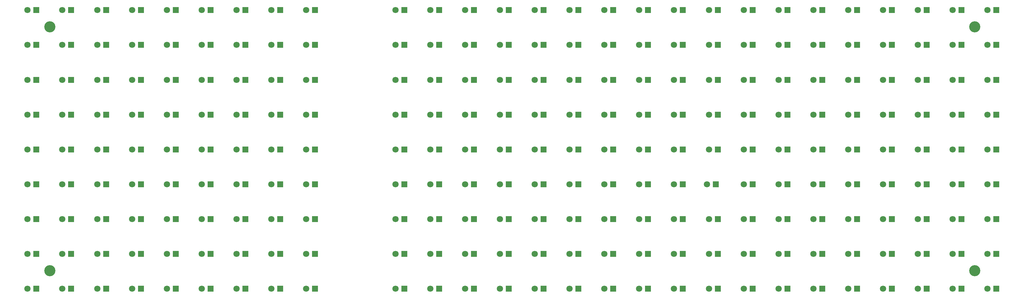
<source format=gbr>
%TF.GenerationSoftware,KiCad,Pcbnew,9.0.3*%
%TF.CreationDate,2025-07-14T16:51:54+02:00*%
%TF.ProjectId,9x9+9x18Module,3978392b-3978-4313-984d-6f64756c652e,rev?*%
%TF.SameCoordinates,Original*%
%TF.FileFunction,Soldermask,Top*%
%TF.FilePolarity,Negative*%
%FSLAX46Y46*%
G04 Gerber Fmt 4.6, Leading zero omitted, Abs format (unit mm)*
G04 Created by KiCad (PCBNEW 9.0.3) date 2025-07-14 16:51:54*
%MOMM*%
%LPD*%
G01*
G04 APERTURE LIST*
%ADD10R,1.800000X1.800000*%
%ADD11C,1.800000*%
%ADD12C,3.200000*%
G04 APERTURE END LIST*
D10*
%TO.C,D190*%
X277240000Y-70900000D03*
D11*
X274700000Y-70900000D03*
%TD*%
D10*
%TO.C,D181*%
X187240000Y-70900000D03*
D11*
X184700000Y-70900000D03*
%TD*%
D10*
%TO.C,D3*%
X41640000Y-20900000D03*
D11*
X39100000Y-20900000D03*
%TD*%
D10*
%TO.C,D209*%
X287240000Y-80900000D03*
D11*
X284700000Y-80900000D03*
%TD*%
D10*
%TO.C,D94*%
X217240000Y-20900000D03*
D11*
X214700000Y-20900000D03*
%TD*%
D10*
%TO.C,D73*%
X21640000Y-100900000D03*
D11*
X19100000Y-100900000D03*
%TD*%
D10*
%TO.C,D14*%
X61640000Y-30900000D03*
D11*
X59100000Y-30900000D03*
%TD*%
D10*
%TO.C,D72*%
X101640000Y-90900000D03*
D11*
X99100000Y-90900000D03*
%TD*%
D10*
%TO.C,D54*%
X101640000Y-70900000D03*
D11*
X99100000Y-70900000D03*
%TD*%
D10*
%TO.C,D53*%
X91640000Y-70900000D03*
D11*
X89100000Y-70900000D03*
%TD*%
D10*
%TO.C,D42*%
X71640000Y-60900000D03*
D11*
X69100000Y-60900000D03*
%TD*%
D10*
%TO.C,D172*%
X277240000Y-60900000D03*
D11*
X274700000Y-60900000D03*
%TD*%
D10*
%TO.C,D74*%
X31640000Y-100900000D03*
D11*
X29100000Y-100900000D03*
%TD*%
D10*
%TO.C,D200*%
X197240000Y-80900000D03*
D11*
X194700000Y-80900000D03*
%TD*%
D10*
%TO.C,D78*%
X71640000Y-100900000D03*
D11*
X69100000Y-100900000D03*
%TD*%
D10*
%TO.C,D212*%
X137240000Y-90900000D03*
D11*
X134700000Y-90900000D03*
%TD*%
D10*
%TO.C,D23*%
X61640000Y-40900000D03*
D11*
X59100000Y-40900000D03*
%TD*%
D10*
%TO.C,D213*%
X147240000Y-90900000D03*
D11*
X144700000Y-90900000D03*
%TD*%
D10*
%TO.C,D81*%
X101640000Y-100900000D03*
D11*
X99100000Y-100900000D03*
%TD*%
D10*
%TO.C,D179*%
X167240000Y-70900000D03*
D11*
X164700000Y-70900000D03*
%TD*%
D10*
%TO.C,D226*%
X277240000Y-90900000D03*
D11*
X274700000Y-90900000D03*
%TD*%
D10*
%TO.C,D87*%
X147240000Y-20900000D03*
D11*
X144700000Y-20900000D03*
%TD*%
D10*
%TO.C,D27*%
X101640000Y-40900000D03*
D11*
X99100000Y-40900000D03*
%TD*%
D10*
%TO.C,D126*%
X177240000Y-40900000D03*
D11*
X174700000Y-40900000D03*
%TD*%
D10*
%TO.C,D97*%
X247240000Y-20900000D03*
D11*
X244700000Y-20900000D03*
%TD*%
D10*
%TO.C,D168*%
X237240000Y-60900000D03*
D11*
X234700000Y-60900000D03*
%TD*%
D10*
%TO.C,D6*%
X71640000Y-20900000D03*
D11*
X69100000Y-20900000D03*
%TD*%
D10*
%TO.C,D37*%
X21640000Y-60900000D03*
D11*
X19100000Y-60900000D03*
%TD*%
D10*
%TO.C,D167*%
X227240000Y-60900000D03*
D11*
X224700000Y-60900000D03*
%TD*%
D10*
%TO.C,D147*%
X207240000Y-50900000D03*
D11*
X204700000Y-50900000D03*
%TD*%
D10*
%TO.C,D28*%
X21640000Y-50900000D03*
D11*
X19100000Y-50900000D03*
%TD*%
D10*
%TO.C,D121*%
X127240000Y-40900000D03*
D11*
X124700000Y-40900000D03*
%TD*%
D10*
%TO.C,D118*%
X277240000Y-30900000D03*
D11*
X274700000Y-30900000D03*
%TD*%
D10*
%TO.C,D111*%
X207240000Y-30900000D03*
D11*
X204700000Y-30900000D03*
%TD*%
D10*
%TO.C,D214*%
X157240000Y-90900000D03*
D11*
X154700000Y-90900000D03*
%TD*%
D10*
%TO.C,D67*%
X51640000Y-90900000D03*
D11*
X49100000Y-90900000D03*
%TD*%
D10*
%TO.C,D95*%
X227240000Y-20900000D03*
D11*
X224700000Y-20900000D03*
%TD*%
D10*
%TO.C,D123*%
X147240000Y-40900000D03*
D11*
X144700000Y-40900000D03*
%TD*%
D10*
%TO.C,D24*%
X71640000Y-40900000D03*
D11*
X69100000Y-40900000D03*
%TD*%
D10*
%TO.C,D224*%
X257240000Y-90900000D03*
D11*
X254700000Y-90900000D03*
%TD*%
D10*
%TO.C,D50*%
X61640000Y-70900000D03*
D11*
X59100000Y-70900000D03*
%TD*%
D10*
%TO.C,D210*%
X297240000Y-80900000D03*
D11*
X294700000Y-80900000D03*
%TD*%
D10*
%TO.C,D13*%
X51640000Y-30900000D03*
D11*
X49100000Y-30900000D03*
%TD*%
D10*
%TO.C,D222*%
X237240000Y-90900000D03*
D11*
X234700000Y-90900000D03*
%TD*%
D10*
%TO.C,D154*%
X277240000Y-50900000D03*
D11*
X274700000Y-50900000D03*
%TD*%
D10*
%TO.C,D156*%
X297240000Y-50900000D03*
D11*
X294700000Y-50900000D03*
%TD*%
D10*
%TO.C,D96*%
X237240000Y-20900000D03*
D11*
X234700000Y-20900000D03*
%TD*%
D10*
%TO.C,D164*%
X197240000Y-60900000D03*
D11*
X194700000Y-60900000D03*
%TD*%
D10*
%TO.C,D158*%
X137240000Y-60900000D03*
D11*
X134700000Y-60900000D03*
%TD*%
D10*
%TO.C,D66*%
X41640000Y-90900000D03*
D11*
X39100000Y-90900000D03*
%TD*%
D10*
%TO.C,D17*%
X91640000Y-30900000D03*
D11*
X89100000Y-30900000D03*
%TD*%
D10*
%TO.C,D26*%
X91640000Y-40900000D03*
D11*
X89100000Y-40900000D03*
%TD*%
D10*
%TO.C,D141*%
X147240000Y-50900000D03*
D11*
X144700000Y-50900000D03*
%TD*%
D10*
%TO.C,D208*%
X277240000Y-80900000D03*
D11*
X274700000Y-80900000D03*
%TD*%
D10*
%TO.C,D106*%
X157240000Y-30900000D03*
D11*
X154700000Y-30900000D03*
%TD*%
D10*
%TO.C,D41*%
X61640000Y-60900000D03*
D11*
X59100000Y-60900000D03*
%TD*%
D10*
%TO.C,D204*%
X237240000Y-80900000D03*
D11*
X234700000Y-80900000D03*
%TD*%
D10*
%TO.C,D9*%
X101640000Y-20900000D03*
D11*
X99100000Y-20900000D03*
%TD*%
D10*
%TO.C,D58*%
X51640000Y-80900000D03*
D11*
X49100000Y-80900000D03*
%TD*%
D10*
%TO.C,D235*%
X187240000Y-100900000D03*
D11*
X184700000Y-100900000D03*
%TD*%
D10*
%TO.C,D140*%
X137240000Y-50900000D03*
D11*
X134700000Y-50900000D03*
%TD*%
D10*
%TO.C,D101*%
X287240000Y-20900000D03*
D11*
X284700000Y-20900000D03*
%TD*%
D10*
%TO.C,D184*%
X216690000Y-70900000D03*
D11*
X214150000Y-70900000D03*
%TD*%
D10*
%TO.C,D71*%
X91640000Y-90900000D03*
D11*
X89100000Y-90900000D03*
%TD*%
D10*
%TO.C,D56*%
X31640000Y-80900000D03*
D11*
X29100000Y-80900000D03*
%TD*%
D10*
%TO.C,D76*%
X51640000Y-100900000D03*
D11*
X49100000Y-100900000D03*
%TD*%
D10*
%TO.C,D162*%
X177240000Y-60900000D03*
D11*
X174700000Y-60900000D03*
%TD*%
D10*
%TO.C,D132*%
X237240000Y-40900000D03*
D11*
X234700000Y-40900000D03*
%TD*%
D10*
%TO.C,D220*%
X217240000Y-90900000D03*
D11*
X214700000Y-90900000D03*
%TD*%
D10*
%TO.C,D99*%
X267240000Y-20900000D03*
D11*
X264700000Y-20900000D03*
%TD*%
D10*
%TO.C,D229*%
X127240000Y-100900000D03*
D11*
X124700000Y-100900000D03*
%TD*%
D10*
%TO.C,D104*%
X137240000Y-30900000D03*
D11*
X134700000Y-30900000D03*
%TD*%
D10*
%TO.C,D89*%
X167240000Y-20900000D03*
D11*
X164700000Y-20900000D03*
%TD*%
D10*
%TO.C,D185*%
X227240000Y-70900000D03*
D11*
X224700000Y-70900000D03*
%TD*%
D10*
%TO.C,D163*%
X187240000Y-60900000D03*
D11*
X184700000Y-60900000D03*
%TD*%
D10*
%TO.C,D233*%
X167240000Y-100900000D03*
D11*
X164700000Y-100900000D03*
%TD*%
D10*
%TO.C,D174*%
X297240000Y-60900000D03*
D11*
X294700000Y-60900000D03*
%TD*%
D10*
%TO.C,D145*%
X187240000Y-50900000D03*
D11*
X184700000Y-50900000D03*
%TD*%
D10*
%TO.C,D133*%
X247240000Y-40900000D03*
D11*
X244700000Y-40900000D03*
%TD*%
D10*
%TO.C,D225*%
X267240000Y-90900000D03*
D11*
X264700000Y-90900000D03*
%TD*%
D10*
%TO.C,D236*%
X197240000Y-100900000D03*
D11*
X194700000Y-100900000D03*
%TD*%
D10*
%TO.C,D102*%
X297240000Y-20900000D03*
D11*
X294700000Y-20900000D03*
%TD*%
D10*
%TO.C,D143*%
X167240000Y-50900000D03*
D11*
X164700000Y-50900000D03*
%TD*%
D10*
%TO.C,D45*%
X101640000Y-60900000D03*
D11*
X99100000Y-60900000D03*
%TD*%
D10*
%TO.C,D107*%
X167240000Y-30900000D03*
D11*
X164700000Y-30900000D03*
%TD*%
D10*
%TO.C,D231*%
X147240000Y-100900000D03*
D11*
X144700000Y-100900000D03*
%TD*%
D10*
%TO.C,D195*%
X147240000Y-80900000D03*
D11*
X144700000Y-80900000D03*
%TD*%
D10*
%TO.C,D18*%
X101640000Y-30900000D03*
D11*
X99100000Y-30900000D03*
%TD*%
D10*
%TO.C,D199*%
X187240000Y-80900000D03*
D11*
X184700000Y-80900000D03*
%TD*%
D10*
%TO.C,D4*%
X51640000Y-20900000D03*
D11*
X49100000Y-20900000D03*
%TD*%
D10*
%TO.C,D228*%
X297240000Y-90900000D03*
D11*
X294700000Y-90900000D03*
%TD*%
D10*
%TO.C,D20*%
X31640000Y-40900000D03*
D11*
X29100000Y-40900000D03*
%TD*%
D10*
%TO.C,D61*%
X81640000Y-80900000D03*
D11*
X79100000Y-80900000D03*
%TD*%
D10*
%TO.C,D32*%
X61640000Y-50900000D03*
D11*
X59100000Y-50900000D03*
%TD*%
D10*
%TO.C,D218*%
X197240000Y-90900000D03*
D11*
X194700000Y-90900000D03*
%TD*%
D10*
%TO.C,D242*%
X257240000Y-100900000D03*
D11*
X254700000Y-100900000D03*
%TD*%
D10*
%TO.C,D108*%
X177240000Y-30900000D03*
D11*
X174700000Y-30900000D03*
%TD*%
D10*
%TO.C,D43*%
X81640000Y-60900000D03*
D11*
X79100000Y-60900000D03*
%TD*%
D10*
%TO.C,D189*%
X267240000Y-70900000D03*
D11*
X264700000Y-70900000D03*
%TD*%
D10*
%TO.C,D201*%
X207240000Y-80900000D03*
D11*
X204700000Y-80900000D03*
%TD*%
D10*
%TO.C,D176*%
X137240000Y-70900000D03*
D11*
X134700000Y-70900000D03*
%TD*%
D10*
%TO.C,D130*%
X217240000Y-40900000D03*
D11*
X214700000Y-40900000D03*
%TD*%
D10*
%TO.C,D211*%
X127240000Y-90900000D03*
D11*
X124700000Y-90900000D03*
%TD*%
D10*
%TO.C,D205*%
X247240000Y-80900000D03*
D11*
X244700000Y-80900000D03*
%TD*%
D10*
%TO.C,D112*%
X217240000Y-30900000D03*
D11*
X214700000Y-30900000D03*
%TD*%
D10*
%TO.C,D138*%
X297240000Y-40900000D03*
D11*
X294700000Y-40900000D03*
%TD*%
D10*
%TO.C,D31*%
X51640000Y-50900000D03*
D11*
X49100000Y-50900000D03*
%TD*%
D10*
%TO.C,D166*%
X217240000Y-60900000D03*
D11*
X214700000Y-60900000D03*
%TD*%
D10*
%TO.C,D70*%
X81640000Y-90900000D03*
D11*
X79100000Y-90900000D03*
%TD*%
D10*
%TO.C,D202*%
X217240000Y-80900000D03*
D11*
X214700000Y-80900000D03*
%TD*%
D10*
%TO.C,D244*%
X277240000Y-100900000D03*
D11*
X274700000Y-100900000D03*
%TD*%
D10*
%TO.C,D223*%
X247240000Y-90900000D03*
D11*
X244700000Y-90900000D03*
%TD*%
D10*
%TO.C,D60*%
X71640000Y-80900000D03*
D11*
X69100000Y-80900000D03*
%TD*%
D10*
%TO.C,D48*%
X41640000Y-70900000D03*
D11*
X39100000Y-70900000D03*
%TD*%
D10*
%TO.C,D8*%
X91640000Y-20900000D03*
D11*
X89100000Y-20900000D03*
%TD*%
D10*
%TO.C,D2*%
X31640000Y-20900000D03*
D11*
X29100000Y-20900000D03*
%TD*%
D10*
%TO.C,D36*%
X101640000Y-50900000D03*
D11*
X99100000Y-50900000D03*
%TD*%
D10*
%TO.C,D69*%
X71640000Y-90900000D03*
D11*
X69100000Y-90900000D03*
%TD*%
D10*
%TO.C,D119*%
X287240000Y-30900000D03*
D11*
X284700000Y-30900000D03*
%TD*%
D10*
%TO.C,D146*%
X197240000Y-50900000D03*
D11*
X194700000Y-50900000D03*
%TD*%
D10*
%TO.C,D237*%
X207240000Y-100900000D03*
D11*
X204700000Y-100900000D03*
%TD*%
D10*
%TO.C,D219*%
X207240000Y-90900000D03*
D11*
X204700000Y-90900000D03*
%TD*%
D10*
%TO.C,D91*%
X187240000Y-20900000D03*
D11*
X184700000Y-20900000D03*
%TD*%
D10*
%TO.C,D15*%
X71640000Y-30900000D03*
D11*
X69100000Y-30900000D03*
%TD*%
D10*
%TO.C,D137*%
X287240000Y-40900000D03*
D11*
X284700000Y-40900000D03*
%TD*%
D10*
%TO.C,D142*%
X157240000Y-50900000D03*
D11*
X154700000Y-50900000D03*
%TD*%
D10*
%TO.C,D230*%
X137240000Y-100900000D03*
D11*
X134700000Y-100900000D03*
%TD*%
D10*
%TO.C,D170*%
X257240000Y-60900000D03*
D11*
X254700000Y-60900000D03*
%TD*%
D10*
%TO.C,D12*%
X41640000Y-30900000D03*
D11*
X39100000Y-30900000D03*
%TD*%
D10*
%TO.C,D127*%
X187240000Y-40900000D03*
D11*
X184700000Y-40900000D03*
%TD*%
D10*
%TO.C,D165*%
X207240000Y-60900000D03*
D11*
X204700000Y-60900000D03*
%TD*%
D10*
%TO.C,D105*%
X147240000Y-30900000D03*
D11*
X144700000Y-30900000D03*
%TD*%
D10*
%TO.C,D177*%
X147240000Y-70900000D03*
D11*
X144700000Y-70900000D03*
%TD*%
D10*
%TO.C,D49*%
X51640000Y-70900000D03*
D11*
X49100000Y-70900000D03*
%TD*%
D10*
%TO.C,D80*%
X91640000Y-100900000D03*
D11*
X89100000Y-100900000D03*
%TD*%
D10*
%TO.C,D186*%
X237240000Y-70900000D03*
D11*
X234700000Y-70900000D03*
%TD*%
D10*
%TO.C,D207*%
X267240000Y-80900000D03*
D11*
X264700000Y-80900000D03*
%TD*%
D10*
%TO.C,D241*%
X247240000Y-100900000D03*
D11*
X244700000Y-100900000D03*
%TD*%
D10*
%TO.C,D59*%
X61640000Y-80900000D03*
D11*
X59100000Y-80900000D03*
%TD*%
D10*
%TO.C,D5*%
X61640000Y-20900000D03*
D11*
X59100000Y-20900000D03*
%TD*%
D10*
%TO.C,D35*%
X91640000Y-50900000D03*
D11*
X89100000Y-50900000D03*
%TD*%
D10*
%TO.C,D98*%
X257240000Y-20900000D03*
D11*
X254700000Y-20900000D03*
%TD*%
D10*
%TO.C,D151*%
X247240000Y-50900000D03*
D11*
X244700000Y-50900000D03*
%TD*%
D10*
%TO.C,D155*%
X287240000Y-50900000D03*
D11*
X284700000Y-50900000D03*
%TD*%
D10*
%TO.C,D206*%
X257240000Y-80900000D03*
D11*
X254700000Y-80900000D03*
%TD*%
D10*
%TO.C,D64*%
X21640000Y-90900000D03*
D11*
X19100000Y-90900000D03*
%TD*%
D10*
%TO.C,D115*%
X247240000Y-30900000D03*
D11*
X244700000Y-30900000D03*
%TD*%
D10*
%TO.C,D178*%
X157240000Y-70900000D03*
D11*
X154700000Y-70900000D03*
%TD*%
D10*
%TO.C,D33*%
X71640000Y-50900000D03*
D11*
X69100000Y-50900000D03*
%TD*%
D10*
%TO.C,D152*%
X257240000Y-50900000D03*
D11*
X254700000Y-50900000D03*
%TD*%
D10*
%TO.C,D193*%
X127240000Y-80900000D03*
D11*
X124700000Y-80900000D03*
%TD*%
D10*
%TO.C,D144*%
X177240000Y-50900000D03*
D11*
X174700000Y-50900000D03*
%TD*%
D10*
%TO.C,D216*%
X177240000Y-90900000D03*
D11*
X174700000Y-90900000D03*
%TD*%
D10*
%TO.C,D188*%
X257240000Y-70900000D03*
D11*
X254700000Y-70900000D03*
%TD*%
D10*
%TO.C,D16*%
X81640000Y-30900000D03*
D11*
X79100000Y-30900000D03*
%TD*%
D10*
%TO.C,D243*%
X267240000Y-100900000D03*
D11*
X264700000Y-100900000D03*
%TD*%
D10*
%TO.C,D129*%
X207240000Y-40900000D03*
D11*
X204700000Y-40900000D03*
%TD*%
D10*
%TO.C,D52*%
X81640000Y-70900000D03*
D11*
X79100000Y-70900000D03*
%TD*%
D10*
%TO.C,D240*%
X237240000Y-100900000D03*
D11*
X234700000Y-100900000D03*
%TD*%
D10*
%TO.C,D30*%
X41640000Y-50900000D03*
D11*
X39100000Y-50900000D03*
%TD*%
D10*
%TO.C,D136*%
X277240000Y-40900000D03*
D11*
X274700000Y-40900000D03*
%TD*%
D10*
%TO.C,D238*%
X217240000Y-100900000D03*
D11*
X214700000Y-100900000D03*
%TD*%
D10*
%TO.C,D103*%
X127240000Y-30900000D03*
D11*
X124700000Y-30900000D03*
%TD*%
D10*
%TO.C,D22*%
X51640000Y-40900000D03*
D11*
X49100000Y-40900000D03*
%TD*%
D10*
%TO.C,D173*%
X287240000Y-60900000D03*
D11*
X284700000Y-60900000D03*
%TD*%
D10*
%TO.C,D77*%
X61640000Y-100900000D03*
D11*
X59100000Y-100900000D03*
%TD*%
D10*
%TO.C,D65*%
X31640000Y-90900000D03*
D11*
X29100000Y-90900000D03*
%TD*%
D10*
%TO.C,D134*%
X257240000Y-40900000D03*
D11*
X254700000Y-40900000D03*
%TD*%
D10*
%TO.C,D217*%
X187240000Y-90900000D03*
D11*
X184700000Y-90900000D03*
%TD*%
D10*
%TO.C,D117*%
X267240000Y-30900000D03*
D11*
X264700000Y-30900000D03*
%TD*%
D10*
%TO.C,D182*%
X197240000Y-70900000D03*
D11*
X194700000Y-70900000D03*
%TD*%
D10*
%TO.C,D100*%
X277240000Y-20900000D03*
D11*
X274700000Y-20900000D03*
%TD*%
D10*
%TO.C,D7*%
X81640000Y-20900000D03*
D11*
X79100000Y-20900000D03*
%TD*%
D10*
%TO.C,D221*%
X227240000Y-90900000D03*
D11*
X224700000Y-90900000D03*
%TD*%
D10*
%TO.C,D62*%
X91640000Y-80900000D03*
D11*
X89100000Y-80900000D03*
%TD*%
D10*
%TO.C,D25*%
X81640000Y-40900000D03*
D11*
X79100000Y-40900000D03*
%TD*%
D10*
%TO.C,D47*%
X31640000Y-70900000D03*
D11*
X29100000Y-70900000D03*
%TD*%
D10*
%TO.C,D197*%
X167240000Y-80900000D03*
D11*
X164700000Y-80900000D03*
%TD*%
D10*
%TO.C,D175*%
X127240000Y-70900000D03*
D11*
X124700000Y-70900000D03*
%TD*%
D10*
%TO.C,D183*%
X207240000Y-70900000D03*
D11*
X204700000Y-70900000D03*
%TD*%
D10*
%TO.C,D227*%
X287240000Y-90900000D03*
D11*
X284700000Y-90900000D03*
%TD*%
D10*
%TO.C,D55*%
X21640000Y-80900000D03*
D11*
X19100000Y-80900000D03*
%TD*%
D10*
%TO.C,D191*%
X287240000Y-70900000D03*
D11*
X284700000Y-70900000D03*
%TD*%
D10*
%TO.C,D246*%
X297240000Y-100900000D03*
D11*
X294700000Y-100900000D03*
%TD*%
D10*
%TO.C,D169*%
X247240000Y-60900000D03*
D11*
X244700000Y-60900000D03*
%TD*%
D10*
%TO.C,D116*%
X257240000Y-30900000D03*
D11*
X254700000Y-30900000D03*
%TD*%
D10*
%TO.C,D239*%
X227240000Y-100900000D03*
D11*
X224700000Y-100900000D03*
%TD*%
D10*
%TO.C,D11*%
X31640000Y-30900000D03*
D11*
X29100000Y-30900000D03*
%TD*%
D10*
%TO.C,D150*%
X237240000Y-50900000D03*
D11*
X234700000Y-50900000D03*
%TD*%
D10*
%TO.C,D39*%
X41640000Y-60900000D03*
D11*
X39100000Y-60900000D03*
%TD*%
D10*
%TO.C,D10*%
X21640000Y-30900000D03*
D11*
X19100000Y-30900000D03*
%TD*%
D10*
%TO.C,D203*%
X227240000Y-80900000D03*
D11*
X224700000Y-80900000D03*
%TD*%
D10*
%TO.C,D157*%
X127240000Y-60900000D03*
D11*
X124700000Y-60900000D03*
%TD*%
D10*
%TO.C,D88*%
X157240000Y-20900000D03*
D11*
X154700000Y-20900000D03*
%TD*%
D10*
%TO.C,D122*%
X137240000Y-40900000D03*
D11*
X134700000Y-40900000D03*
%TD*%
D10*
%TO.C,D180*%
X177240000Y-70900000D03*
D11*
X174700000Y-70900000D03*
%TD*%
D10*
%TO.C,D135*%
X267240000Y-40900000D03*
D11*
X264700000Y-40900000D03*
%TD*%
D10*
%TO.C,D109*%
X187240000Y-30900000D03*
D11*
X184700000Y-30900000D03*
%TD*%
D10*
%TO.C,D51*%
X71640000Y-70900000D03*
D11*
X69100000Y-70900000D03*
%TD*%
D10*
%TO.C,D192*%
X297240000Y-70900000D03*
D11*
X294700000Y-70900000D03*
%TD*%
D10*
%TO.C,D110*%
X197240000Y-30900000D03*
D11*
X194700000Y-30900000D03*
%TD*%
D10*
%TO.C,D38*%
X31640000Y-60900000D03*
D11*
X29100000Y-60900000D03*
%TD*%
D10*
%TO.C,D171*%
X267240000Y-60900000D03*
D11*
X264700000Y-60900000D03*
%TD*%
D10*
%TO.C,D46*%
X21640000Y-70900000D03*
D11*
X19100000Y-70900000D03*
%TD*%
D10*
%TO.C,D63*%
X101640000Y-80900000D03*
D11*
X99100000Y-80900000D03*
%TD*%
D10*
%TO.C,D44*%
X91640000Y-60900000D03*
D11*
X89100000Y-60900000D03*
%TD*%
D10*
%TO.C,D196*%
X157240000Y-80900000D03*
D11*
X154700000Y-80900000D03*
%TD*%
D10*
%TO.C,D93*%
X207240000Y-20900000D03*
D11*
X204700000Y-20900000D03*
%TD*%
D10*
%TO.C,D194*%
X137240000Y-80900000D03*
D11*
X134700000Y-80900000D03*
%TD*%
D10*
%TO.C,D161*%
X167240000Y-60900000D03*
D11*
X164700000Y-60900000D03*
%TD*%
D10*
%TO.C,D148*%
X217240000Y-50900000D03*
D11*
X214700000Y-50900000D03*
%TD*%
D10*
%TO.C,D40*%
X51640000Y-60900000D03*
D11*
X49100000Y-60900000D03*
%TD*%
D10*
%TO.C,D232*%
X157240000Y-100900000D03*
D11*
X154700000Y-100900000D03*
%TD*%
D10*
%TO.C,D79*%
X81640000Y-100900000D03*
D11*
X79100000Y-100900000D03*
%TD*%
D10*
%TO.C,D160*%
X157240000Y-60900000D03*
D11*
X154700000Y-60900000D03*
%TD*%
D10*
%TO.C,D92*%
X197240000Y-20900000D03*
D11*
X194700000Y-20900000D03*
%TD*%
D10*
%TO.C,D21*%
X41640000Y-40900000D03*
D11*
X39100000Y-40900000D03*
%TD*%
D10*
%TO.C,D125*%
X167240000Y-40900000D03*
D11*
X164700000Y-40900000D03*
%TD*%
D10*
%TO.C,D113*%
X227240000Y-30900000D03*
D11*
X224700000Y-30900000D03*
%TD*%
D10*
%TO.C,D75*%
X41640000Y-100900000D03*
D11*
X39100000Y-100900000D03*
%TD*%
D10*
%TO.C,D128*%
X197240000Y-40900000D03*
D11*
X194700000Y-40900000D03*
%TD*%
D10*
%TO.C,D85*%
X127240000Y-20900000D03*
D11*
X124700000Y-20900000D03*
%TD*%
D10*
%TO.C,D139*%
X127240000Y-50900000D03*
D11*
X124700000Y-50900000D03*
%TD*%
D10*
%TO.C,D34*%
X81640000Y-50900000D03*
D11*
X79100000Y-50900000D03*
%TD*%
D10*
%TO.C,D19*%
X21640000Y-40900000D03*
D11*
X19100000Y-40900000D03*
%TD*%
D10*
%TO.C,D149*%
X227240000Y-50900000D03*
D11*
X224700000Y-50900000D03*
%TD*%
D10*
%TO.C,D234*%
X177240000Y-100900000D03*
D11*
X174700000Y-100900000D03*
%TD*%
D10*
%TO.C,D68*%
X61640000Y-90900000D03*
D11*
X59100000Y-90900000D03*
%TD*%
D10*
%TO.C,D131*%
X227240000Y-40900000D03*
D11*
X224700000Y-40900000D03*
%TD*%
D10*
%TO.C,D215*%
X167240000Y-90900000D03*
D11*
X164700000Y-90900000D03*
%TD*%
D10*
%TO.C,D29*%
X31640000Y-50900000D03*
D11*
X29100000Y-50900000D03*
%TD*%
D10*
%TO.C,D120*%
X297240000Y-30900000D03*
D11*
X294700000Y-30900000D03*
%TD*%
D10*
%TO.C,D86*%
X137240000Y-20900000D03*
D11*
X134700000Y-20900000D03*
%TD*%
D10*
%TO.C,D124*%
X157240000Y-40900000D03*
D11*
X154700000Y-40900000D03*
%TD*%
D10*
%TO.C,D1*%
X21640000Y-20900000D03*
D11*
X19100000Y-20900000D03*
%TD*%
D10*
%TO.C,D90*%
X177240000Y-20900000D03*
D11*
X174700000Y-20900000D03*
%TD*%
D10*
%TO.C,D245*%
X287240000Y-100900000D03*
D11*
X284700000Y-100900000D03*
%TD*%
D10*
%TO.C,D114*%
X237240000Y-30900000D03*
D11*
X234700000Y-30900000D03*
%TD*%
D10*
%TO.C,D153*%
X267240000Y-50900000D03*
D11*
X264700000Y-50900000D03*
%TD*%
D10*
%TO.C,D57*%
X41640000Y-80900000D03*
D11*
X39100000Y-80900000D03*
%TD*%
D10*
%TO.C,D198*%
X177240000Y-80900000D03*
D11*
X174700000Y-80900000D03*
%TD*%
D10*
%TO.C,D187*%
X247240000Y-70900000D03*
D11*
X244700000Y-70900000D03*
%TD*%
D10*
%TO.C,D159*%
X147240000Y-60900000D03*
D11*
X144700000Y-60900000D03*
%TD*%
D12*
%TO.C,REF\u002A\u002A*%
X291040000Y-25700000D03*
%TD*%
%TO.C,REF\u002A\u002A*%
X25540000Y-95700000D03*
%TD*%
%TO.C,REF\u002A\u002A*%
X291040000Y-95700000D03*
%TD*%
%TO.C,REF\u002A\u002A*%
X25540000Y-25700000D03*
%TD*%
M02*

</source>
